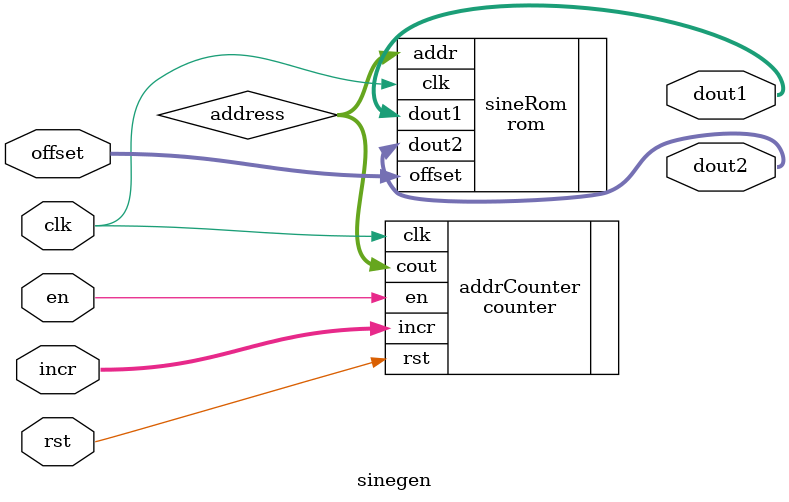
<source format=sv>
module sinegen # (
    parameter   A_WIDTH = 8,
                D_WIDTH = 8
) (
    input   logic   clk,
    input   logic   rst,
    input   logic   en,
    input   logic [A_WIDTH-1:0] offset,
    input   logic [D_WIDTH-1:0] incr,
    output  logic [D_WIDTH-1:0] dout1,
    output  logic [D_WIDTH-1:0] dout2
);
    logic [A_WIDTH-1:0] address;

counter #(A_WIDTH) addrCounter (
    .clk (clk),
    .rst (rst),
    .en (en),
    .incr (incr),
    .cout (address)
);

rom sineRom (
    .clk (clk),
    .addr (address),
    .offset (offset),
    .dout1 (dout1),
    .dout2 (dout2)
);

endmodule

</source>
